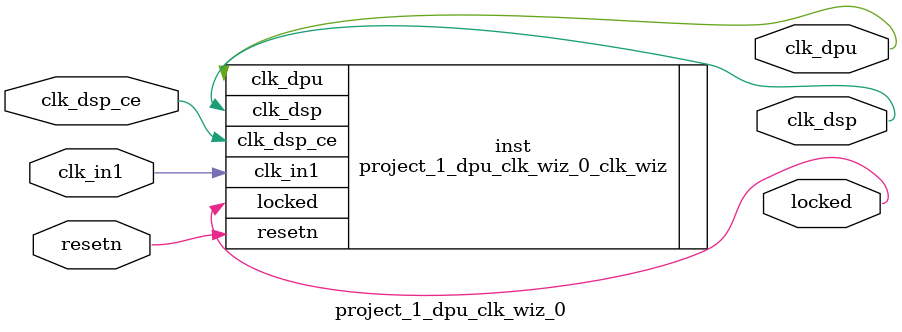
<source format=v>


`timescale 1ps/1ps

(* CORE_GENERATION_INFO = "project_1_dpu_clk_wiz_0,clk_wiz_v6_0_13_0_0,{component_name=project_1_dpu_clk_wiz_0,use_phase_alignment=false,use_min_o_jitter=false,use_max_i_jitter=false,use_dyn_phase_shift=false,use_inclk_switchover=false,use_dyn_reconfig=false,enable_axi=0,feedback_source=FDBK_AUTO,PRIMITIVE=PLL,num_out_clk=2,clkin1_period=10.000,clkin2_period=10.000,use_power_down=false,use_reset=true,use_locked=true,use_inclk_stopped=false,feedback_type=SINGLE,CLOCK_MGR_TYPE=NA,manual_override=false}" *)

module project_1_dpu_clk_wiz_0 
 (
  // Clock out ports
  input         clk_dsp_ce,
  output        clk_dsp,
  output        clk_dpu,
  // Status and control signals
  input         resetn,
  output        locked,
 // Clock in ports
  input         clk_in1
 );

  project_1_dpu_clk_wiz_0_clk_wiz inst
  (
  // Clock out ports  
  .clk_dsp_ce(clk_dsp_ce),
  .clk_dsp(clk_dsp),
  .clk_dpu(clk_dpu),
  // Status and control signals               
  .resetn(resetn), 
  .locked(locked),
 // Clock in ports
  .clk_in1(clk_in1)
  );

endmodule

</source>
